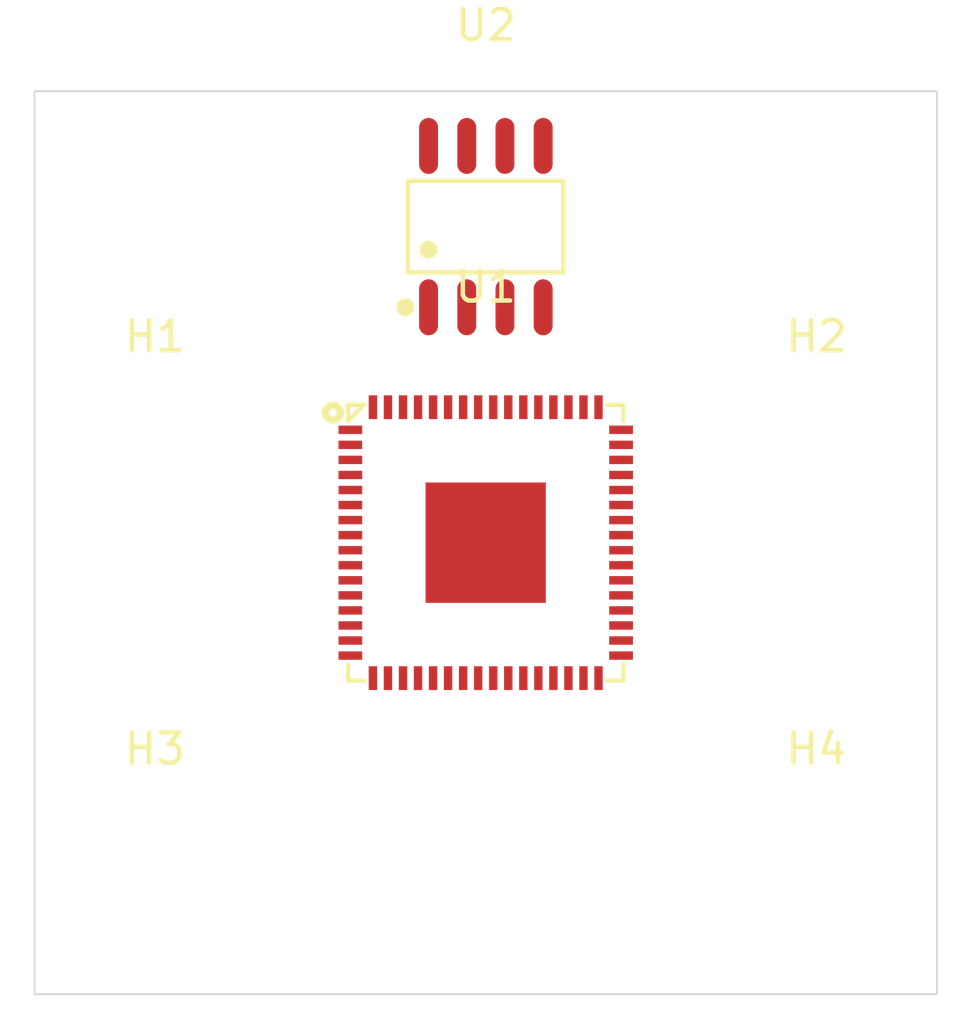
<source format=kicad_pcb>
(kicad_pcb (version 20241229) (generator "pcbnew") (generator_version "9.0")
  (layers (0 "F.Cu" signal) (2 "B.Cu" signal) (13 "F.Paste" user) (15 "B.Paste" user) (5 "F.SilkS" user "F.Silkscreen") (7 "B.SilkS" user "B.Silkscreen") (1 "F.Mask" user) (3 "B.Mask" user) (25 "Edge.Cuts" user))
  (net 0 "")
  (footprint "MountingHole:MountingHole_3.2mm_M3" (layer "F.Cu") (at 126 49 180)
    (property "Reference" "H2" (at 0 -4.15 0) (layer "F.SilkS"))
    (property "Value" "MountingHole")
    (pad "" np_thru_hole circle (at 0 0 180) (size 3.2 3.2) (drill 3.2) (layers "*.Cu" "*.Mask"))
  )
  (footprint "EasyEDA:SOP-8_L4.9-W3.9-P1.27-LS6.0-BL-1" (layer "F.Cu") (at 115 49.5)
    (property "Reference" "U2" (at 0 -6.68 0) (layer "F.SilkS"))
    (property "Value" "TCAN3413DR")
    (fp_line (start -2.58 -1.52) (end 2.58 -1.52) (stroke (width 0.15)) (layer "F.SilkS"))
    (fp_line (start -2.58 1.52) (end -2.58 -1.52) (stroke (width 0.15)) (layer "F.SilkS"))
    (fp_line (start 2.58 -1.52) (end 2.58 1.52) (stroke (width 0.15)) (layer "F.SilkS"))
    (fp_line (start 2.58 1.52) (end -2.58 1.52) (stroke (width 0.15)) (layer "F.SilkS"))
    (fp_circle (center -2.67 2.68) (end -2.52 2.68) (stroke (width 0.3)) (fill no) (layer "F.SilkS"))
    (fp_circle (center -1.9 0.77) (end -1.75 0.77) (stroke (width 0.3)) (fill no) (layer "F.SilkS"))
    (pad "1" smd oval (at -1.9 2.68) (size 0.63 1.86) (layers "F.Cu" "F.Mask" "F.Paste"))
    (pad "2" smd oval (at -0.63 2.68) (size 0.63 1.86) (layers "F.Cu" "F.Mask" "F.Paste"))
    (pad "3" smd oval (at 0.64 2.68) (size 0.63 1.86) (layers "F.Cu" "F.Mask" "F.Paste"))
    (pad "4" smd oval (at 1.91 2.68) (size 0.63 1.86) (layers "F.Cu" "F.Mask" "F.Paste"))
    (pad "5" smd oval (at 1.91 -2.68) (size 0.63 1.86) (layers "F.Cu" "F.Mask" "F.Paste"))
    (pad "6" smd oval (at 0.64 -2.68) (size 0.63 1.86) (layers "F.Cu" "F.Mask" "F.Paste"))
    (pad "7" smd oval (at -0.63 -2.68) (size 0.63 1.86) (layers "F.Cu" "F.Mask" "F.Paste"))
    (pad "8" smd oval (at -1.9 -2.68) (size 0.63 1.86) (layers "F.Cu" "F.Mask" "F.Paste"))
  )
  (footprint "EasyEDA:VFQFPN-64_L9.0-W9.0-P0.50-TL-EP4.0" (layer "F.Cu") (at 115 60)
    (property "Reference" "U1" (at 0 -8.500001 0) (layer "F.SilkS"))
    (property "Value" "STSPIN32G4_C7434864")
    (fp_line (start -4.58 -4.58) (end -4.039999 -4.58) (stroke (width 0.15)) (layer "F.SilkS"))
    (fp_line (start -4.58 -4.039999) (end -4.58 -4.58) (stroke (width 0.15)) (layer "F.SilkS"))
    (fp_line (start -4.58 4.039999) (end -4.58 4.58) (stroke (width 0.15)) (layer "F.SilkS"))
    (fp_line (start -4.58 4.58) (end -4.039999 4.58) (stroke (width 0.15)) (layer "F.SilkS"))
    (fp_line (start -4.07 -4.549999) (end -4.549999 -4.07) (stroke (width 0.15)) (layer "F.SilkS"))
    (fp_line (start 4.58 -4.58) (end 4.039999 -4.58) (stroke (width 0.15)) (layer "F.SilkS"))
    (fp_line (start 4.58 -4.039999) (end 4.58 -4.58) (stroke (width 0.15)) (layer "F.SilkS"))
    (fp_line (start 4.58 4.039999) (end 4.58 4.58) (stroke (width 0.15)) (layer "F.SilkS"))
    (fp_line (start 4.58 4.58) (end 4.039999 4.58) (stroke (width 0.15)) (layer "F.SilkS"))
    (fp_circle (center -5.08 -4.32) (end -4.96 -4.32) (stroke (width 0.25)) (fill no) (layer "F.SilkS"))
    (pad "1" smd rect (at -4.5 -3.75) (size 0.79 0.28) (layers "F.Cu" "F.Mask" "F.Paste"))
    (pad "2" smd rect (at -4.5 -3.250001) (size 0.79 0.28) (layers "F.Cu" "F.Mask" "F.Paste"))
    (pad "3" smd rect (at -4.5 -2.75) (size 0.79 0.28) (layers "F.Cu" "F.Mask" "F.Paste"))
    (pad "4" smd rect (at -4.5 -2.25) (size 0.79 0.28) (layers "F.Cu" "F.Mask" "F.Paste"))
    (pad "5" smd rect (at -4.5 -1.749999) (size 0.79 0.28) (layers "F.Cu" "F.Mask" "F.Paste"))
    (pad "6" smd rect (at -4.5 -1.25) (size 0.79 0.28) (layers "F.Cu" "F.Mask" "F.Paste"))
    (pad "7" smd rect (at -4.5 -0.750001) (size 0.79 0.28) (layers "F.Cu" "F.Mask" "F.Paste"))
    (pad "8" smd rect (at -4.5 -0.25) (size 0.79 0.28) (layers "F.Cu" "F.Mask" "F.Paste"))
    (pad "9" smd rect (at -4.5 0.25) (size 0.79 0.28) (layers "F.Cu" "F.Mask" "F.Paste"))
    (pad "10" smd rect (at -4.5 0.750001) (size 0.79 0.28) (layers "F.Cu" "F.Mask" "F.Paste"))
    (pad "11" smd rect (at -4.5 1.25) (size 0.79 0.28) (layers "F.Cu" "F.Mask" "F.Paste"))
    (pad "12" smd rect (at -4.5 1.749999) (size 0.79 0.28) (layers "F.Cu" "F.Mask" "F.Paste"))
    (pad "13" smd rect (at -4.5 2.25) (size 0.79 0.28) (layers "F.Cu" "F.Mask" "F.Paste"))
    (pad "14" smd rect (at -4.5 2.75) (size 0.79 0.28) (layers "F.Cu" "F.Mask" "F.Paste"))
    (pad "15" smd rect (at -4.5 3.250001) (size 0.79 0.28) (layers "F.Cu" "F.Mask" "F.Paste"))
    (pad "16" smd rect (at -4.5 3.75) (size 0.79 0.28) (layers "F.Cu" "F.Mask" "F.Paste"))
    (pad "17" smd rect (at -3.75 4.5) (size 0.28 0.79) (layers "F.Cu" "F.Mask" "F.Paste"))
    (pad "18" smd rect (at -3.250001 4.5) (size 0.28 0.79) (layers "F.Cu" "F.Mask" "F.Paste"))
    (pad "19" smd rect (at -2.75 4.5) (size 0.28 0.79) (layers "F.Cu" "F.Mask" "F.Paste"))
    (pad "20" smd rect (at -2.25 4.5) (size 0.28 0.79) (layers "F.Cu" "F.Mask" "F.Paste"))
    (pad "21" smd rect (at -1.749999 4.5) (size 0.28 0.79) (layers "F.Cu" "F.Mask" "F.Paste"))
    (pad "22" smd rect (at -1.25 4.5) (size 0.28 0.79) (layers "F.Cu" "F.Mask" "F.Paste"))
    (pad "23" smd rect (at -0.750001 4.5) (size 0.28 0.79) (layers "F.Cu" "F.Mask" "F.Paste"))
    (pad "24" smd rect (at -0.25 4.5) (size 0.28 0.79) (layers "F.Cu" "F.Mask" "F.Paste"))
    (pad "25" smd rect (at 0.25 4.5) (size 0.28 0.79) (layers "F.Cu" "F.Mask" "F.Paste"))
    (pad "26" smd rect (at 0.750001 4.5) (size 0.28 0.79) (layers "F.Cu" "F.Mask" "F.Paste"))
    (pad "27" smd rect (at 1.25 4.5) (size 0.28 0.79) (layers "F.Cu" "F.Mask" "F.Paste"))
    (pad "28" smd rect (at 1.749999 4.5) (size 0.28 0.79) (layers "F.Cu" "F.Mask" "F.Paste"))
    (pad "29" smd rect (at 2.25 4.5) (size 0.28 0.79) (layers "F.Cu" "F.Mask" "F.Paste"))
    (pad "30" smd rect (at 2.75 4.5) (size 0.28 0.79) (layers "F.Cu" "F.Mask" "F.Paste"))
    (pad "31" smd rect (at 3.250001 4.5) (size 0.28 0.79) (layers "F.Cu" "F.Mask" "F.Paste"))
    (pad "32" smd rect (at 3.75 4.5) (size 0.28 0.79) (layers "F.Cu" "F.Mask" "F.Paste"))
    (pad "33" smd rect (at 4.5 3.75) (size 0.79 0.28) (layers "F.Cu" "F.Mask" "F.Paste"))
    (pad "34" smd rect (at 4.5 3.250001) (size 0.79 0.28) (layers "F.Cu" "F.Mask" "F.Paste"))
    (pad "35" smd rect (at 4.5 2.75) (size 0.79 0.28) (layers "F.Cu" "F.Mask" "F.Paste"))
    (pad "36" smd rect (at 4.5 2.25) (size 0.79 0.28) (layers "F.Cu" "F.Mask" "F.Paste"))
    (pad "37" smd rect (at 4.5 1.749999) (size 0.79 0.28) (layers "F.Cu" "F.Mask" "F.Paste"))
    (pad "38" smd rect (at 4.5 1.25) (size 0.79 0.28) (layers "F.Cu" "F.Mask" "F.Paste"))
    (pad "39" smd rect (at 4.5 0.750001) (size 0.79 0.28) (layers "F.Cu" "F.Mask" "F.Paste"))
    (pad "40" smd rect (at 4.5 0.25) (size 0.79 0.28) (layers "F.Cu" "F.Mask" "F.Paste"))
    (pad "41" smd rect (at 4.5 -0.25) (size 0.79 0.28) (layers "F.Cu" "F.Mask" "F.Paste"))
    (pad "42" smd rect (at 4.5 -0.750001) (size 0.79 0.28) (layers "F.Cu" "F.Mask" "F.Paste"))
    (pad "43" smd rect (at 4.5 -1.25) (size 0.79 0.28) (layers "F.Cu" "F.Mask" "F.Paste"))
    (pad "44" smd rect (at 4.5 -1.749999) (size 0.79 0.28) (layers "F.Cu" "F.Mask" "F.Paste"))
    (pad "45" smd rect (at 4.5 -2.25) (size 0.79 0.28) (layers "F.Cu" "F.Mask" "F.Paste"))
    (pad "46" smd rect (at 4.5 -2.75) (size 0.79 0.28) (layers "F.Cu" "F.Mask" "F.Paste"))
    (pad "47" smd rect (at 4.5 -3.250001) (size 0.79 0.28) (layers "F.Cu" "F.Mask" "F.Paste"))
    (pad "48" smd rect (at 4.5 -3.75) (size 0.79 0.28) (layers "F.Cu" "F.Mask" "F.Paste"))
    (pad "49" smd rect (at 3.75 -4.5) (size 0.28 0.79) (layers "F.Cu" "F.Mask" "F.Paste"))
    (pad "50" smd rect (at 3.250001 -4.5) (size 0.28 0.79) (layers "F.Cu" "F.Mask" "F.Paste"))
    (pad "51" smd rect (at 2.75 -4.5) (size 0.28 0.79) (layers "F.Cu" "F.Mask" "F.Paste"))
    (pad "52" smd rect (at 2.25 -4.5) (size 0.28 0.79) (layers "F.Cu" "F.Mask" "F.Paste"))
    (pad "53" smd rect (at 1.749999 -4.5) (size 0.28 0.79) (layers "F.Cu" "F.Mask" "F.Paste"))
    (pad "54" smd rect (at 1.25 -4.5) (size 0.28 0.79) (layers "F.Cu" "F.Mask" "F.Paste"))
    (pad "55" smd rect (at 0.750001 -4.5) (size 0.28 0.79) (layers "F.Cu" "F.Mask" "F.Paste"))
    (pad "56" smd rect (at 0.25 -4.5) (size 0.28 0.79) (layers "F.Cu" "F.Mask" "F.Paste"))
    (pad "57" smd rect (at -0.25 -4.5) (size 0.28 0.79) (layers "F.Cu" "F.Mask" "F.Paste"))
    (pad "58" smd rect (at -0.750001 -4.5) (size 0.28 0.79) (layers "F.Cu" "F.Mask" "F.Paste"))
    (pad "59" smd rect (at -1.25 -4.5) (size 0.28 0.79) (layers "F.Cu" "F.Mask" "F.Paste"))
    (pad "60" smd rect (at -1.749999 -4.5) (size 0.28 0.79) (layers "F.Cu" "F.Mask" "F.Paste"))
    (pad "61" smd rect (at -2.25 -4.5) (size 0.28 0.79) (layers "F.Cu" "F.Mask" "F.Paste"))
    (pad "62" smd rect (at -2.75 -4.5) (size 0.28 0.79) (layers "F.Cu" "F.Mask" "F.Paste"))
    (pad "63" smd rect (at -3.250001 -4.5) (size 0.28 0.79) (layers "F.Cu" "F.Mask" "F.Paste"))
    (pad "64" smd rect (at -3.75 -4.5) (size 0.28 0.79) (layers "F.Cu" "F.Mask" "F.Paste"))
    (pad "65" smd rect (at 0 0) (size 4 4) (layers "F.Cu" "F.Mask" "F.Paste"))
  )
  (footprint "MountingHole:MountingHole_3.2mm_M3" (layer "F.Cu") (at 126 71)
    (property "Reference" "H4" (at 0 -4.15 0) (layer "F.SilkS"))
    (property "Value" "MountingHole")
    (pad "" np_thru_hole circle (at 0 0) (size 3.2 3.2) (drill 3.2) (layers "*.Cu" "*.Mask"))
  )
  (footprint "MountingHole:MountingHole_3.2mm_M3" (layer "F.Cu") (at 104 71)
    (property "Reference" "H3" (at 0 -4.15 0) (layer "F.SilkS"))
    (property "Value" "MountingHole")
    (pad "" np_thru_hole circle (at 0 0) (size 3.2 3.2) (drill 3.2) (layers "*.Cu" "*.Mask"))
  )
  (footprint "MountingHole:MountingHole_3.2mm_M3" (layer "F.Cu") (at 104 49 180)
    (property "Reference" "H1" (at 0 -4.15 0) (layer "F.SilkS"))
    (property "Value" "MountingHole")
    (pad "" np_thru_hole circle (at 0 0 180) (size 3.2 3.2) (drill 3.2) (layers "*.Cu" "*.Mask"))
  )
  (gr_rect (start 100 45) (end 130 75) (stroke (width 0.05)) (fill no) (layer "Edge.Cuts"))
)
</source>
